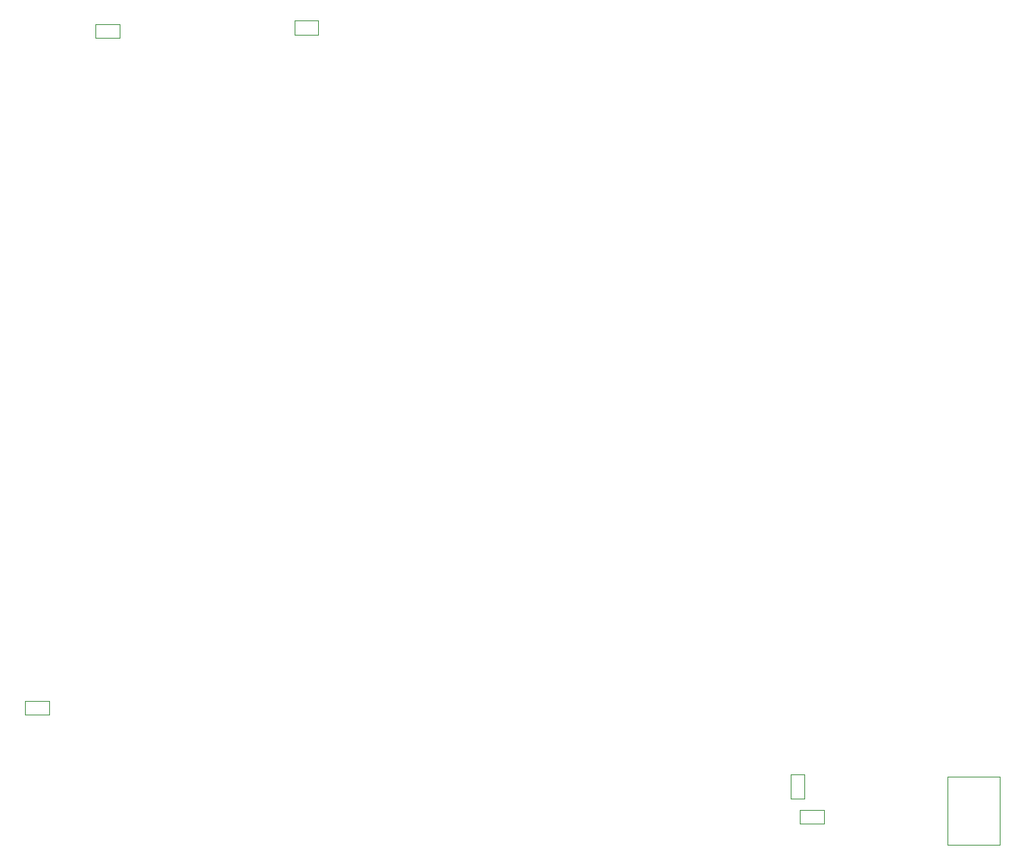
<source format=gbr>
%TF.GenerationSoftware,Altium Limited,Altium Designer,24.3.1 (35)*%
G04 Layer_Color=16711935*
%FSLAX43Y43*%
%MOMM*%
%TF.SameCoordinates,76E1361F-AA3B-45A8-A24B-41510BF92E79*%
%TF.FilePolarity,Positive*%
%TF.FileFunction,Other,Mechanical_13*%
%TF.Part,Single*%
G01*
G75*
%TA.AperFunction,NonConductor*%
%ADD133C,0.100*%
D133*
X77350Y18700D02*
X80050D01*
X77350Y17150D02*
X80050D01*
Y18700D01*
X77350Y17150D02*
Y18700D01*
X163976Y4946D02*
Y6496D01*
X166676Y4946D02*
Y6496D01*
X163976Y4946D02*
X166676D01*
X163976Y6496D02*
X166676D01*
X85250Y94426D02*
X87950D01*
X85250Y92876D02*
X87950D01*
Y94426D01*
X85250Y92876D02*
Y94426D01*
X107475Y94775D02*
X110175D01*
X107475Y93225D02*
X110175D01*
Y94775D01*
X107475Y93225D02*
Y94775D01*
X162972Y7790D02*
Y10490D01*
X164522Y7790D02*
Y10490D01*
X162972D02*
X164522D01*
X162972Y7790D02*
X164522D01*
X180500Y10255D02*
X186300D01*
Y2595D02*
Y10255D01*
X180500Y2595D02*
X186300D01*
X180500D02*
Y10255D01*
%TF.MD5,00dd341fdca4609ef9064bbc83e8c181*%
M02*

</source>
